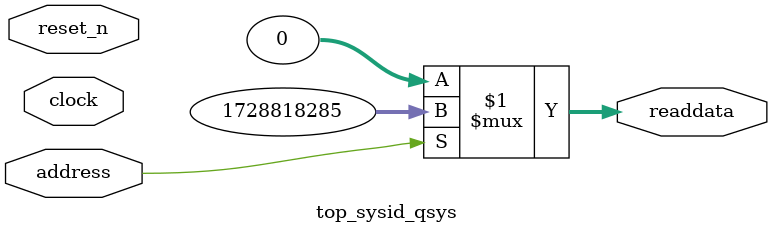
<source format=v>



// synthesis translate_off
`timescale 1ns / 1ps
// synthesis translate_on

// turn off superfluous verilog processor warnings 
// altera message_level Level1 
// altera message_off 10034 10035 10036 10037 10230 10240 10030 

module top_sysid_qsys (
               // inputs:
                address,
                clock,
                reset_n,

               // outputs:
                readdata
             )
;

  output  [ 31: 0] readdata;
  input            address;
  input            clock;
  input            reset_n;

  wire    [ 31: 0] readdata;
  //control_slave, which is an e_avalon_slave
  assign readdata = address ? 1728818285 : 0;

endmodule



</source>
